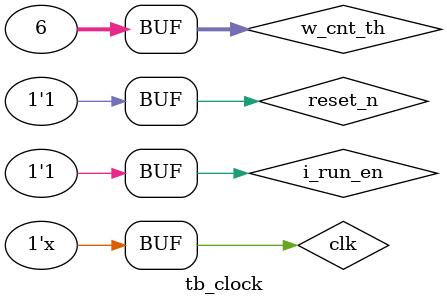
<source format=v>
`timescale 1ns / 1ps
module tb_clock #(
    parameter CNT_BIT = 32,
	parameter SEC_BIT = 6,
	parameter MIN_BIT = 6,
	parameter HOUR_BIT = 6

);

    reg clk;
    reg reset_n;
    reg [CNT_BIT-1:0] w_cnt_th;
    reg i_run_en;
    wire sec_tick;


// clk gen
always
    #5 clk = ~clk;

//initialize value
initial
begin
    clk     = 0;
    reset_n = 1;
    w_cnt_th = 6;
      
    
 #100 reset_n  = 0;
  
 #10 reset_n = 1;
    i_run_en =1;
end


sec_generator
#(
    .CNT_BIT (CNT_BIT),
	.SEC_BIT (SEC_BIT),
	.MIN_BIT (MIN_BIT),
	.HOUR_BIT(HOUR_BIT)
)
u_sec_generator
(
    .clk(clk),
    .reset_n(reset_n),
    .i_run_en(i_run_en),
    .i_cnt_th(w_cnt_th),
    .sec_tick(sec_tick)

);





endmodule
</source>
